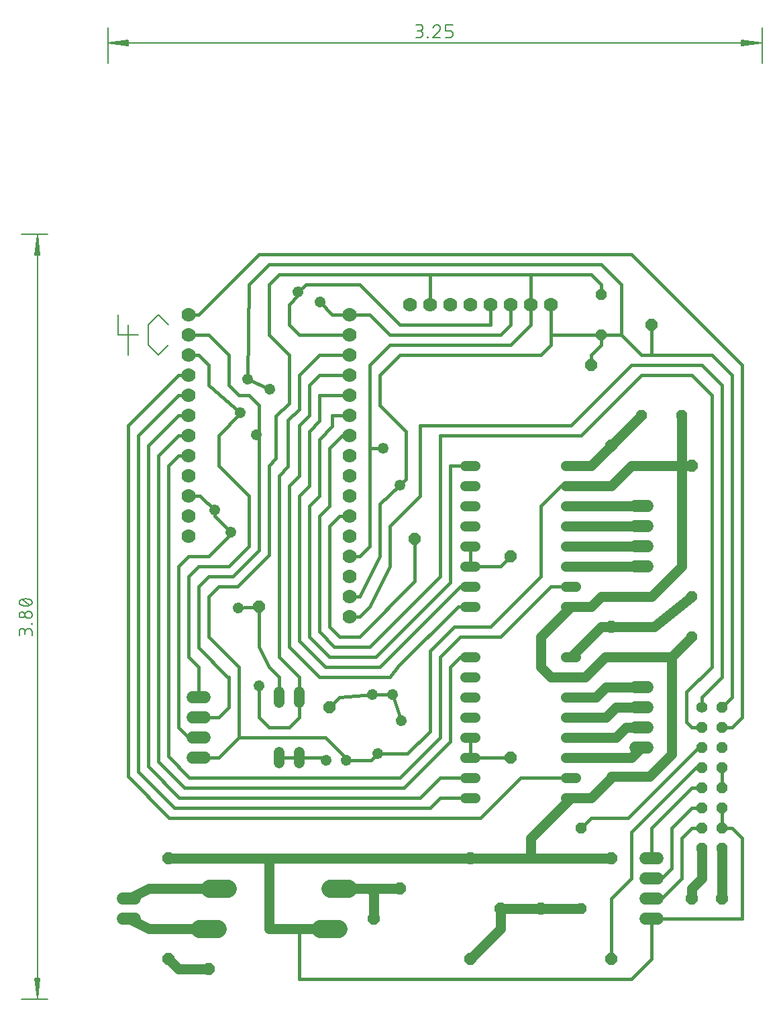
<source format=gbr>
G04 EAGLE Gerber RS-274X export*
G75*
%MOIN*%
%FSLAX34Y34*%
%LPD*%
%INTop Copper*%
%IPPOS*%
%AMOC8*
5,1,8,0,0,1.08239X$1,22.5*%
G01*
%ADD10C,0.005118*%
%ADD11C,0.006000*%
%ADD12C,0.060000*%
%ADD13C,0.051496*%
%ADD14C,0.070000*%
%ADD15P,0.056284X8X82.500000*%
%ADD16P,0.056284X8X97.500000*%
%ADD17P,0.056284X8X22.500000*%
%ADD18P,0.056284X8X292.500000*%
%ADD19P,0.056284X8X137.500000*%
%ADD20P,0.056284X8X112.500000*%
%ADD21P,0.064943X8X22.500000*%
%ADD22P,0.056284X8X257.500000*%
%ADD23P,0.056284X8X77.500000*%
%ADD24C,0.052000*%
%ADD25P,0.056284X8X307.500000*%
%ADD26C,0.088500*%
%ADD27C,0.056000*%
%ADD28P,0.060614X8X292.500000*%
%ADD29C,0.016000*%
%ADD30C,0.050000*%
%ADD31C,0.006000*%


D10*
X0Y46500D02*
X0Y48268D01*
X32500Y48268D02*
X32500Y46500D01*
X32474Y47500D02*
X26Y47500D01*
X1024Y47626D01*
X1024Y47374D01*
X26Y47500D01*
X1024Y47551D01*
X1024Y47449D02*
X26Y47500D01*
X1024Y47602D01*
X1024Y47398D02*
X26Y47500D01*
X31476Y47626D02*
X32474Y47500D01*
X31476Y47626D02*
X31476Y47374D01*
X32474Y47500D01*
X31476Y47551D01*
X31476Y47449D02*
X32474Y47500D01*
X31476Y47602D01*
X31476Y47398D02*
X32474Y47500D01*
D11*
X15481Y47756D02*
X15303Y47756D01*
X15481Y47756D02*
X15506Y47758D01*
X15531Y47763D01*
X15555Y47772D01*
X15577Y47784D01*
X15598Y47799D01*
X15616Y47817D01*
X15631Y47838D01*
X15643Y47860D01*
X15652Y47884D01*
X15657Y47909D01*
X15659Y47934D01*
X15657Y47959D01*
X15652Y47984D01*
X15643Y48008D01*
X15631Y48030D01*
X15616Y48051D01*
X15598Y48069D01*
X15577Y48084D01*
X15555Y48096D01*
X15531Y48105D01*
X15506Y48110D01*
X15481Y48112D01*
X15516Y48396D02*
X15303Y48396D01*
X15516Y48396D02*
X15538Y48394D01*
X15560Y48389D01*
X15580Y48381D01*
X15599Y48369D01*
X15616Y48354D01*
X15631Y48337D01*
X15643Y48318D01*
X15651Y48298D01*
X15656Y48276D01*
X15658Y48254D01*
X15656Y48232D01*
X15651Y48210D01*
X15643Y48190D01*
X15631Y48171D01*
X15616Y48154D01*
X15599Y48139D01*
X15580Y48127D01*
X15560Y48119D01*
X15538Y48114D01*
X15516Y48112D01*
X15374Y48112D01*
X15894Y47792D02*
X15894Y47756D01*
X15894Y47792D02*
X15929Y47792D01*
X15929Y47756D01*
X15894Y47756D01*
X16520Y48236D02*
X16518Y48259D01*
X16514Y48281D01*
X16506Y48302D01*
X16495Y48323D01*
X16481Y48341D01*
X16465Y48357D01*
X16447Y48371D01*
X16426Y48382D01*
X16405Y48390D01*
X16383Y48394D01*
X16360Y48396D01*
X16360Y48397D02*
X16334Y48395D01*
X16309Y48391D01*
X16284Y48383D01*
X16261Y48371D01*
X16239Y48358D01*
X16219Y48341D01*
X16201Y48322D01*
X16186Y48301D01*
X16174Y48279D01*
X16164Y48254D01*
X16467Y48111D02*
X16482Y48129D01*
X16496Y48148D01*
X16506Y48168D01*
X16514Y48190D01*
X16518Y48213D01*
X16520Y48236D01*
X16467Y48112D02*
X16165Y47756D01*
X16520Y47756D01*
X16780Y47756D02*
X16993Y47756D01*
X17015Y47758D01*
X17037Y47763D01*
X17057Y47771D01*
X17076Y47783D01*
X17093Y47798D01*
X17108Y47815D01*
X17120Y47834D01*
X17128Y47854D01*
X17133Y47876D01*
X17135Y47898D01*
X17136Y47898D02*
X17136Y47970D01*
X17135Y47970D02*
X17133Y47992D01*
X17128Y48014D01*
X17120Y48034D01*
X17108Y48053D01*
X17093Y48070D01*
X17076Y48085D01*
X17057Y48097D01*
X17037Y48105D01*
X17015Y48110D01*
X16993Y48112D01*
X16780Y48112D01*
X16780Y48396D01*
X17136Y48396D01*
D10*
X-3000Y0D02*
X-4268Y0D01*
X-4268Y38000D02*
X-3000Y38000D01*
X-3500Y37974D02*
X-3500Y26D01*
X-3626Y1024D01*
X-3374Y1024D01*
X-3500Y26D01*
X-3551Y1024D01*
X-3449Y1024D02*
X-3500Y26D01*
X-3602Y1024D01*
X-3398Y1024D02*
X-3500Y26D01*
X-3626Y36976D02*
X-3500Y37974D01*
X-3626Y36976D02*
X-3374Y36976D01*
X-3500Y37974D01*
X-3551Y36976D01*
X-3449Y36976D02*
X-3500Y37974D01*
X-3602Y36976D01*
X-3398Y36976D02*
X-3500Y37974D01*
D11*
X-3756Y18231D02*
X-3756Y18053D01*
X-3756Y18231D02*
X-3758Y18256D01*
X-3763Y18281D01*
X-3772Y18305D01*
X-3784Y18327D01*
X-3799Y18348D01*
X-3817Y18366D01*
X-3838Y18381D01*
X-3860Y18393D01*
X-3884Y18402D01*
X-3909Y18407D01*
X-3934Y18409D01*
X-3959Y18407D01*
X-3984Y18402D01*
X-4008Y18393D01*
X-4030Y18381D01*
X-4051Y18366D01*
X-4069Y18348D01*
X-4084Y18327D01*
X-4096Y18305D01*
X-4105Y18281D01*
X-4110Y18256D01*
X-4112Y18231D01*
X-4396Y18266D02*
X-4396Y18053D01*
X-4396Y18266D02*
X-4394Y18288D01*
X-4389Y18310D01*
X-4381Y18330D01*
X-4369Y18349D01*
X-4354Y18366D01*
X-4337Y18381D01*
X-4318Y18393D01*
X-4298Y18401D01*
X-4276Y18406D01*
X-4254Y18408D01*
X-4232Y18406D01*
X-4210Y18401D01*
X-4190Y18393D01*
X-4171Y18381D01*
X-4154Y18366D01*
X-4139Y18349D01*
X-4127Y18330D01*
X-4119Y18310D01*
X-4114Y18288D01*
X-4112Y18266D01*
X-4112Y18124D01*
X-3792Y18644D02*
X-3756Y18644D01*
X-3792Y18644D02*
X-3792Y18679D01*
X-3756Y18679D01*
X-3756Y18644D01*
X-3934Y18914D02*
X-3959Y18916D01*
X-3984Y18921D01*
X-4008Y18930D01*
X-4030Y18942D01*
X-4051Y18957D01*
X-4069Y18975D01*
X-4084Y18996D01*
X-4096Y19018D01*
X-4105Y19042D01*
X-4110Y19067D01*
X-4112Y19092D01*
X-4110Y19117D01*
X-4105Y19142D01*
X-4096Y19166D01*
X-4084Y19188D01*
X-4069Y19209D01*
X-4051Y19227D01*
X-4030Y19242D01*
X-4008Y19254D01*
X-3984Y19263D01*
X-3959Y19268D01*
X-3934Y19270D01*
X-3909Y19268D01*
X-3884Y19263D01*
X-3860Y19254D01*
X-3838Y19242D01*
X-3817Y19227D01*
X-3799Y19209D01*
X-3784Y19188D01*
X-3772Y19166D01*
X-3763Y19142D01*
X-3758Y19117D01*
X-3756Y19092D01*
X-3758Y19067D01*
X-3763Y19042D01*
X-3772Y19018D01*
X-3784Y18996D01*
X-3799Y18975D01*
X-3817Y18957D01*
X-3838Y18942D01*
X-3860Y18930D01*
X-3884Y18921D01*
X-3909Y18916D01*
X-3934Y18914D01*
X-4254Y18950D02*
X-4276Y18952D01*
X-4298Y18957D01*
X-4318Y18965D01*
X-4337Y18977D01*
X-4354Y18992D01*
X-4369Y19009D01*
X-4381Y19028D01*
X-4389Y19048D01*
X-4394Y19070D01*
X-4396Y19092D01*
X-4394Y19114D01*
X-4389Y19136D01*
X-4381Y19156D01*
X-4369Y19175D01*
X-4354Y19192D01*
X-4337Y19207D01*
X-4318Y19219D01*
X-4298Y19227D01*
X-4276Y19232D01*
X-4254Y19234D01*
X-4232Y19232D01*
X-4210Y19227D01*
X-4190Y19219D01*
X-4171Y19207D01*
X-4154Y19192D01*
X-4139Y19175D01*
X-4127Y19156D01*
X-4119Y19136D01*
X-4114Y19114D01*
X-4112Y19092D01*
X-4114Y19070D01*
X-4119Y19048D01*
X-4127Y19028D01*
X-4139Y19009D01*
X-4154Y18992D01*
X-4171Y18977D01*
X-4190Y18965D01*
X-4210Y18957D01*
X-4232Y18952D01*
X-4254Y18950D01*
X-4076Y19530D02*
X-4116Y19532D01*
X-4155Y19536D01*
X-4195Y19543D01*
X-4233Y19554D01*
X-4270Y19567D01*
X-4307Y19583D01*
X-4308Y19583D02*
X-4327Y19591D01*
X-4344Y19602D01*
X-4359Y19616D01*
X-4372Y19631D01*
X-4383Y19649D01*
X-4391Y19668D01*
X-4395Y19688D01*
X-4397Y19708D01*
X-4395Y19728D01*
X-4391Y19748D01*
X-4383Y19767D01*
X-4372Y19785D01*
X-4359Y19800D01*
X-4344Y19814D01*
X-4327Y19825D01*
X-4308Y19833D01*
X-4307Y19832D02*
X-4270Y19848D01*
X-4233Y19861D01*
X-4195Y19872D01*
X-4155Y19879D01*
X-4116Y19883D01*
X-4076Y19885D01*
X-4076Y19530D02*
X-4036Y19532D01*
X-3997Y19536D01*
X-3958Y19543D01*
X-3919Y19554D01*
X-3882Y19567D01*
X-3845Y19583D01*
X-3826Y19591D01*
X-3809Y19602D01*
X-3794Y19616D01*
X-3781Y19631D01*
X-3770Y19649D01*
X-3762Y19668D01*
X-3758Y19688D01*
X-3756Y19708D01*
X-3845Y19832D02*
X-3882Y19848D01*
X-3919Y19861D01*
X-3958Y19872D01*
X-3997Y19879D01*
X-4036Y19883D01*
X-4076Y19885D01*
X-3845Y19833D02*
X-3826Y19825D01*
X-3809Y19814D01*
X-3794Y19800D01*
X-3781Y19785D01*
X-3770Y19767D01*
X-3762Y19748D01*
X-3758Y19728D01*
X-3756Y19708D01*
X-3898Y19566D02*
X-4254Y19850D01*
D12*
X4200Y15000D02*
X4800Y15000D01*
X4800Y14000D02*
X4200Y14000D01*
X4200Y13000D02*
X4800Y13000D01*
X4800Y12000D02*
X4200Y12000D01*
D13*
X17743Y26500D02*
X18257Y26500D01*
X18257Y25500D02*
X17743Y25500D01*
X17743Y24500D02*
X18257Y24500D01*
X18257Y23500D02*
X17743Y23500D01*
X17743Y22500D02*
X18257Y22500D01*
X18257Y21500D02*
X17743Y21500D01*
X17743Y20500D02*
X18257Y20500D01*
X18257Y19500D02*
X17743Y19500D01*
X22743Y19500D02*
X23257Y19500D01*
X23257Y20500D02*
X22743Y20500D01*
X22743Y21500D02*
X23257Y21500D01*
X23257Y22500D02*
X22743Y22500D01*
X22743Y23500D02*
X23257Y23500D01*
X23257Y24500D02*
X22743Y24500D01*
X22743Y25500D02*
X23257Y25500D01*
X23257Y26500D02*
X22743Y26500D01*
X18257Y17000D02*
X17743Y17000D01*
X17743Y16000D02*
X18257Y16000D01*
X18257Y15000D02*
X17743Y15000D01*
X17743Y14000D02*
X18257Y14000D01*
X18257Y13000D02*
X17743Y13000D01*
X17743Y12000D02*
X18257Y12000D01*
X18257Y11000D02*
X17743Y11000D01*
X17743Y10000D02*
X18257Y10000D01*
X22743Y10000D02*
X23257Y10000D01*
X23257Y11000D02*
X22743Y11000D01*
X22743Y12000D02*
X23257Y12000D01*
X23257Y13000D02*
X22743Y13000D01*
X22743Y14000D02*
X23257Y14000D01*
X23257Y15000D02*
X22743Y15000D01*
X22743Y16000D02*
X23257Y16000D01*
X23257Y17000D02*
X22743Y17000D01*
D14*
X12000Y19000D03*
X12000Y20000D03*
X12000Y21000D03*
X12000Y22000D03*
X12000Y23000D03*
X12000Y24000D03*
X12000Y25000D03*
X12000Y26000D03*
X12000Y27000D03*
X12000Y28000D03*
X12000Y29000D03*
X12000Y30000D03*
X12000Y31000D03*
X12000Y32000D03*
X12000Y33000D03*
X12000Y34000D03*
X4000Y34000D03*
X4000Y33000D03*
X4000Y32000D03*
X4000Y31000D03*
X4000Y30000D03*
X4000Y29000D03*
X4000Y28000D03*
X4000Y27000D03*
X4000Y26000D03*
X4000Y25000D03*
X4000Y24000D03*
X4000Y23000D03*
D15*
X8050Y30285D03*
X10550Y34615D03*
X6950Y30785D03*
X9450Y35115D03*
D16*
X5303Y24285D03*
X6597Y29115D03*
X6103Y23185D03*
X7397Y28015D03*
D17*
X26500Y29000D03*
X28500Y29000D03*
D18*
X29000Y20000D03*
X29000Y18000D03*
D19*
X14523Y25544D03*
X13677Y27356D03*
D20*
X24500Y33000D03*
X24500Y35000D03*
D12*
X26200Y12500D02*
X26800Y12500D01*
X26800Y13500D02*
X26200Y13500D01*
X26200Y14500D02*
X26800Y14500D01*
X26800Y15500D02*
X26200Y15500D01*
D21*
X3000Y7000D03*
X3000Y2000D03*
X18000Y7000D03*
X18000Y2000D03*
X25000Y7000D03*
X25000Y2000D03*
D22*
X13147Y15138D03*
X10853Y11862D03*
D23*
X11853Y11862D03*
X14147Y15138D03*
X13426Y12181D03*
X14574Y13819D03*
D24*
X8500Y12260D02*
X8500Y11740D01*
X9500Y11740D02*
X9500Y12260D01*
X9500Y14740D02*
X9500Y15260D01*
X8500Y15260D02*
X8500Y14740D01*
D25*
X6482Y19432D03*
X7518Y15568D03*
D12*
X26700Y7000D02*
X27300Y7000D01*
X27300Y6000D02*
X26700Y6000D01*
X26700Y5000D02*
X27300Y5000D01*
X27300Y4000D02*
X26700Y4000D01*
X26800Y21500D02*
X26200Y21500D01*
X26200Y22500D02*
X26800Y22500D01*
X26800Y23500D02*
X26200Y23500D01*
X26200Y24500D02*
X26800Y24500D01*
D21*
X15250Y22850D03*
X11000Y14500D03*
X13200Y4000D03*
X7500Y19500D03*
X20000Y22000D03*
X20000Y12000D03*
X24000Y31500D03*
X27000Y33500D03*
D20*
X23500Y4500D03*
X23500Y8500D03*
D21*
X14500Y5500D03*
X30500Y5000D03*
X5000Y1500D03*
X29000Y5000D03*
X21500Y4500D03*
X19500Y4500D03*
X25000Y18500D03*
X25000Y27500D03*
X29000Y26500D03*
D26*
X11943Y5500D02*
X11058Y5500D01*
X5943Y5500D02*
X5058Y5500D01*
X5443Y3500D02*
X4558Y3500D01*
X10558Y3500D02*
X11443Y3500D01*
D27*
X29500Y14500D03*
D28*
X30500Y14500D03*
X29500Y13500D03*
X30500Y13500D03*
X29500Y12500D03*
X30500Y12500D03*
X29500Y11500D03*
X30500Y11500D03*
X29500Y10500D03*
X30500Y10500D03*
X29500Y9500D03*
X30500Y9500D03*
X29500Y8500D03*
X30500Y8500D03*
X29500Y7500D03*
X30500Y7500D03*
D14*
X19000Y34500D03*
X18000Y34500D03*
X20000Y34500D03*
X21000Y34500D03*
X22000Y34500D03*
X17000Y34500D03*
X16000Y34500D03*
X15000Y34500D03*
D12*
X1350Y5000D02*
X750Y5000D01*
X750Y4000D02*
X1350Y4000D01*
D29*
X3500Y30000D02*
X4000Y30000D01*
X3500Y30000D02*
X1500Y28000D01*
X16500Y10000D02*
X18000Y10000D01*
X16500Y10000D02*
X16000Y9500D01*
X1500Y11300D02*
X1500Y28000D01*
X3300Y9500D02*
X16000Y9500D01*
X3300Y9500D02*
X1500Y11300D01*
X25500Y33000D02*
X25500Y35500D01*
X24500Y36500D02*
X8000Y36500D01*
X24500Y36500D02*
X25500Y35500D01*
X24500Y32500D02*
X24000Y32000D01*
X24000Y31500D01*
X27000Y32000D02*
X27000Y33500D01*
X27000Y32000D02*
X26500Y32000D01*
X27000Y32000D02*
X30000Y32000D01*
X26500Y32000D02*
X25500Y33000D01*
X30000Y32000D02*
X31000Y31000D01*
X12500Y20000D02*
X12000Y20000D01*
X12500Y20000D02*
X13500Y22000D01*
X30500Y14500D02*
X31000Y15000D01*
X31000Y31000D01*
X8000Y36500D02*
X7000Y35500D01*
X14523Y25544D02*
X13500Y24596D01*
X13500Y22000D01*
X14523Y25544D02*
X14800Y25821D01*
X14800Y28200D02*
X13500Y29500D01*
X13500Y31000D01*
X14800Y28200D02*
X14800Y25821D01*
X22000Y33000D02*
X22000Y34500D01*
X22000Y33000D02*
X22000Y32500D01*
X21500Y32000D01*
X14500Y32000D01*
X13500Y31000D01*
X22000Y33000D02*
X24500Y33000D01*
X24500Y32500D01*
X8050Y30285D02*
X6950Y30785D01*
X24500Y33000D02*
X25500Y33000D01*
X7000Y35500D02*
X6950Y30785D01*
X10800Y16500D02*
X13500Y16500D01*
X9500Y17800D02*
X9500Y25000D01*
X9500Y17800D02*
X10800Y16500D01*
X17500Y20500D02*
X18000Y20500D01*
X17500Y20500D02*
X13500Y16500D01*
X12000Y30000D02*
X10525Y30000D01*
X10525Y28725D01*
X10000Y28200D01*
X10000Y25500D02*
X9500Y25000D01*
X10000Y25500D02*
X10000Y28200D01*
X4500Y34000D02*
X7500Y37000D01*
X4500Y34000D02*
X4000Y34000D01*
X7500Y37000D02*
X26000Y37000D01*
X31500Y31500D01*
X31500Y14000D02*
X31000Y13500D01*
X31500Y14000D02*
X31500Y31500D01*
X31000Y13500D02*
X30500Y13500D01*
X9500Y33000D02*
X9000Y33500D01*
X9500Y33000D02*
X12000Y33000D01*
X9000Y33500D02*
X9000Y34500D01*
X19000Y34500D02*
X19000Y33500D01*
X14500Y33500D01*
X12500Y35500D01*
X9835Y35500D02*
X9450Y35115D01*
X9835Y35500D02*
X12500Y35500D01*
X9450Y34950D02*
X9000Y34500D01*
X9450Y34950D02*
X9450Y35115D01*
X4500Y13000D02*
X4000Y13000D01*
X3500Y13500D02*
X3500Y21500D01*
X4000Y22000D02*
X5000Y22000D01*
X4000Y22000D02*
X3500Y21500D01*
X3500Y13500D02*
X4000Y13000D01*
X5303Y24285D02*
X4588Y25000D01*
X4000Y25000D01*
X5303Y24285D02*
X5303Y23985D01*
X6103Y23185D01*
X6103Y23103D02*
X5000Y22000D01*
X6103Y23103D02*
X6103Y23185D01*
X4500Y32000D02*
X4000Y32000D01*
X5000Y30496D02*
X6597Y29115D01*
X5000Y31500D02*
X4500Y32000D01*
X5000Y31500D02*
X5000Y30496D01*
X7000Y22500D02*
X6000Y21500D01*
X7000Y22500D02*
X7000Y25000D01*
X6000Y21500D02*
X4500Y21500D01*
X4000Y21000D02*
X4000Y17000D01*
X4500Y16500D01*
X4500Y15000D01*
X4000Y21000D02*
X4500Y21500D01*
X5500Y26500D02*
X5500Y28000D01*
X6597Y29097D01*
X6597Y29115D01*
X5500Y26500D02*
X7000Y25000D01*
X4000Y29000D02*
X3500Y29000D01*
X2000Y27500D01*
X16500Y11000D02*
X18000Y11000D01*
X16500Y11000D02*
X15500Y10000D01*
X3550Y10000D01*
X2000Y11550D02*
X2000Y27500D01*
X2000Y11550D02*
X3550Y10000D01*
X4000Y33000D02*
X5000Y33000D01*
X6000Y32000D01*
X7500Y22300D02*
X6200Y21000D01*
X6000Y30500D02*
X6000Y32000D01*
X6200Y21000D02*
X5000Y21000D01*
X4500Y20500D02*
X4500Y17450D01*
X4500Y14000D02*
X5500Y14000D01*
X6000Y14500D02*
X6000Y16000D01*
X5950Y16000D01*
X4500Y17450D01*
X4500Y20500D02*
X5000Y21000D01*
X6000Y14500D02*
X5500Y14000D01*
X7500Y28000D02*
X7485Y28015D01*
X7397Y28015D01*
X7500Y28000D02*
X7500Y22300D01*
X6500Y30000D02*
X6000Y30500D01*
X6500Y30000D02*
X7000Y30000D01*
X7500Y29500D01*
X7500Y28000D01*
X8500Y12000D02*
X9500Y12000D01*
X10853Y11862D02*
X10885Y12000D01*
X9500Y12000D01*
X15500Y28500D02*
X23000Y28500D01*
X26000Y31500D01*
X29500Y31500D01*
X30500Y30500D01*
X12500Y19000D02*
X12000Y19000D01*
X12500Y19000D02*
X13000Y19500D01*
X14000Y21500D01*
X14000Y23500D01*
X15500Y25000D02*
X15500Y28500D01*
X15500Y25000D02*
X14000Y23500D01*
X29500Y15000D02*
X30500Y16000D01*
X30500Y30500D01*
X29500Y15000D02*
X29500Y14500D01*
X9000Y17500D02*
X9000Y25500D01*
X9500Y28500D02*
X10000Y29000D01*
X9000Y17500D02*
X10500Y16000D01*
X17400Y19500D02*
X18000Y19500D01*
X17400Y19500D02*
X14450Y16550D01*
X14000Y16000D01*
X10500Y16000D01*
X10000Y29000D02*
X10000Y30500D01*
X10500Y31000D02*
X12000Y31000D01*
X9500Y26000D02*
X9000Y25500D01*
X9500Y26000D02*
X9500Y28500D01*
X10000Y30500D02*
X10500Y31000D01*
X18000Y22500D02*
X18000Y21500D01*
X19500Y21500D02*
X20000Y22000D01*
X19500Y21500D02*
X18000Y21500D01*
X18000Y13000D02*
X18000Y12000D01*
X20000Y12000D01*
D30*
X25750Y13500D02*
X26500Y13500D01*
X25750Y13500D02*
X25250Y13000D01*
X23000Y13000D01*
X26000Y12000D02*
X26500Y12500D01*
X26000Y12000D02*
X23000Y12000D01*
X23000Y24500D02*
X26500Y24500D01*
X26500Y23500D02*
X23000Y23500D01*
X23000Y22500D02*
X26500Y22500D01*
X26500Y21500D02*
X23000Y21500D01*
D29*
X29000Y9500D02*
X29500Y9500D01*
X29000Y9500D02*
X28000Y8500D01*
X28000Y6500D01*
X27500Y6000D01*
X27000Y6000D01*
X29000Y8500D02*
X29500Y8500D01*
X29000Y8500D02*
X28500Y8000D01*
X28500Y6500D01*
X28500Y6000D01*
X28000Y5500D01*
X27500Y5000D01*
X27000Y5000D01*
D30*
X26500Y15500D02*
X24750Y15500D01*
X24250Y15000D01*
X23000Y15000D01*
X25250Y14500D02*
X26500Y14500D01*
X25250Y14500D02*
X24750Y14000D01*
X23000Y14000D01*
D29*
X12000Y32000D02*
X10500Y32000D01*
X9500Y31000D02*
X9500Y29300D01*
X8950Y28750D01*
X8500Y26000D02*
X8500Y17000D01*
X9500Y15000D02*
X9500Y14000D01*
X9500Y16000D02*
X8500Y17000D01*
X9500Y16000D02*
X9500Y15000D01*
X9500Y31000D02*
X10500Y32000D01*
X7518Y15568D02*
X7504Y14000D01*
X8000Y13500D02*
X9000Y13500D01*
X7504Y13996D02*
X7504Y14000D01*
X7504Y13996D02*
X8000Y13500D01*
X9000Y13500D02*
X9500Y14000D01*
X8950Y26450D02*
X8950Y28750D01*
X8950Y26450D02*
X8500Y26000D01*
X13147Y15138D02*
X14147Y15138D01*
X14574Y13819D01*
X11500Y15000D02*
X11000Y14500D01*
X11500Y15000D02*
X13147Y15138D01*
X8000Y16500D02*
X7500Y17500D01*
X7500Y19500D01*
X6482Y19432D01*
X8500Y16000D02*
X8500Y15000D01*
X8500Y16000D02*
X8000Y16500D01*
X4000Y31000D02*
X3500Y31000D01*
X1000Y28500D01*
X20500Y11000D02*
X18500Y9000D01*
X20500Y11000D02*
X23000Y11000D01*
X3050Y9000D02*
X1000Y11050D01*
X3050Y9000D02*
X18500Y9000D01*
X1000Y11050D02*
X1000Y28500D01*
X26000Y8300D02*
X29200Y11500D01*
X29500Y11500D01*
X26000Y8300D02*
X26000Y6000D01*
X25000Y5000D01*
X25000Y2000D01*
X4000Y27000D02*
X3500Y27000D01*
X3000Y26500D01*
X3000Y12050D02*
X4050Y11000D01*
X16500Y17000D02*
X17500Y18000D01*
X19500Y18000D01*
X22000Y20500D01*
X14500Y11000D02*
X4050Y11000D01*
X16500Y13000D02*
X16500Y17000D01*
X16500Y13000D02*
X14500Y11000D01*
X3000Y12050D02*
X3000Y26500D01*
X22000Y20500D02*
X23000Y20500D01*
X4000Y28000D02*
X3500Y28000D01*
X2500Y27000D01*
X2500Y11800D01*
X3800Y10500D01*
X14700Y10500D01*
X17000Y12800D01*
X17000Y16500D01*
X17500Y17000D02*
X18000Y17000D01*
X17500Y17000D02*
X17000Y16500D01*
X13300Y17000D02*
X11000Y17000D01*
X13300Y17000D02*
X17000Y20700D01*
X11000Y17000D02*
X10000Y18000D01*
X17000Y26500D02*
X18000Y26500D01*
X17000Y26500D02*
X17000Y20700D01*
X10000Y18000D02*
X10000Y24500D01*
X10500Y27800D02*
X11150Y28450D01*
X10500Y27800D02*
X10500Y25000D01*
X10000Y24500D01*
X11150Y29000D02*
X12000Y29000D01*
X11150Y29000D02*
X11150Y28450D01*
D30*
X5000Y1500D02*
X3500Y1500D01*
X3000Y2000D01*
X30500Y5000D02*
X30500Y7500D01*
X29500Y6000D02*
X29000Y5500D01*
X29000Y5000D01*
X29500Y6000D02*
X29500Y7500D01*
D29*
X30500Y10500D02*
X30500Y11500D01*
D30*
X19500Y3500D02*
X18000Y2000D01*
X19500Y3500D02*
X19500Y4500D01*
X21500Y4500D01*
X23500Y4500D01*
X27154Y18500D02*
X29000Y20000D01*
X27154Y18500D02*
X25000Y18500D01*
X24500Y18500D02*
X23000Y17000D01*
X24500Y18500D02*
X25000Y18500D01*
X24000Y26500D02*
X23000Y26500D01*
X24000Y26500D02*
X25000Y27500D01*
X26500Y29000D01*
X2050Y5500D02*
X1050Y5000D01*
X2050Y5500D02*
X5500Y5500D01*
X2050Y3500D02*
X1050Y4000D01*
X2050Y3500D02*
X5000Y3500D01*
X11500Y5500D02*
X13000Y5500D01*
X14500Y5500D01*
X13200Y5300D02*
X13200Y4000D01*
X13200Y5300D02*
X13000Y5500D01*
D29*
X29000Y10500D02*
X29500Y10500D01*
X27000Y8500D02*
X27000Y7000D01*
X27000Y8500D02*
X29000Y10500D01*
X29350Y12500D02*
X29500Y12500D01*
X24000Y9000D02*
X23500Y8500D01*
X24000Y9000D02*
X25850Y9000D01*
X29350Y12500D01*
D11*
X3000Y32500D02*
X2500Y32000D01*
X2000Y32500D01*
X2000Y33500D01*
X2500Y34000D01*
X3000Y33500D01*
X500Y34000D02*
X500Y33000D01*
X1000Y33000D01*
X1500Y33000D01*
X1000Y33000D02*
X1000Y33500D01*
X1000Y33000D02*
X1000Y32000D01*
D29*
X10500Y18250D02*
X11250Y17500D01*
X13000Y17500D01*
X16500Y28000D02*
X23500Y28000D01*
X16500Y21000D02*
X13000Y17500D01*
X28750Y13750D02*
X29000Y13500D01*
X28750Y13750D02*
X28750Y15250D01*
X16500Y21000D02*
X16500Y28000D01*
X28750Y15250D02*
X30000Y16500D01*
X23500Y28000D02*
X26500Y31000D01*
X29000Y31000D01*
X30000Y30000D01*
X30000Y16500D01*
X29500Y13500D02*
X29000Y13500D01*
X11650Y28000D02*
X11000Y27350D01*
X10500Y24000D02*
X10500Y18250D01*
X10500Y24000D02*
X11000Y24500D01*
X11000Y27350D01*
X11650Y28000D02*
X12000Y28000D01*
X14000Y33000D02*
X19500Y33000D01*
X14000Y33000D02*
X13000Y34000D01*
X19500Y33000D02*
X20000Y33500D01*
X20000Y34500D01*
X11165Y34000D02*
X10550Y34615D01*
X11165Y34000D02*
X12000Y34000D01*
X13000Y34000D01*
X15250Y22850D02*
X15250Y21500D01*
D11*
X15250Y21400D01*
D29*
X15250Y20750D01*
X12500Y18000D02*
X11500Y18000D01*
X11000Y18500D01*
X11000Y23500D01*
X11500Y24000D01*
X12000Y24000D01*
X15250Y20750D02*
X12500Y18000D01*
X13426Y12181D02*
X13096Y11850D01*
X11865Y11850D01*
D30*
X22000Y16000D02*
X23000Y16000D01*
D29*
X19000Y18500D02*
X17200Y18500D01*
X16000Y17300D01*
X16000Y13300D01*
D30*
X21500Y16500D02*
X21500Y18000D01*
X28500Y21500D02*
X28500Y26500D01*
D29*
X24500Y35500D02*
X24000Y36000D01*
X21000Y36000D01*
X16000Y36000D01*
X8500Y36000D01*
X8000Y35500D01*
X8000Y33000D01*
X9000Y32000D01*
X8000Y26500D02*
X8000Y22050D01*
X8350Y28950D02*
X9000Y29600D01*
X8000Y22050D02*
X6450Y20500D01*
D30*
X23000Y19500D02*
X24000Y19500D01*
D29*
X21500Y21000D02*
X19000Y18500D01*
X21500Y21000D02*
X21500Y24500D01*
D30*
X23000Y16000D02*
X23700Y16000D01*
X24500Y20000D02*
X27000Y20000D01*
X25000Y25500D02*
X23000Y25500D01*
X24700Y17000D02*
X23700Y16000D01*
X24000Y19500D02*
X24500Y20000D01*
X23000Y19500D02*
X21500Y18000D01*
D29*
X31000Y8500D02*
X31500Y8000D01*
X9000Y29600D02*
X9000Y32000D01*
X5500Y12000D02*
X4500Y12000D01*
X5500Y20500D02*
X6450Y20500D01*
X5000Y20000D02*
X5000Y18000D01*
X6500Y16500D02*
X6500Y13000D01*
D30*
X8000Y7000D02*
X8000Y3500D01*
D29*
X6500Y13000D02*
X10800Y13000D01*
X6500Y13000D02*
X5500Y12000D01*
X6500Y16500D02*
X5000Y18000D01*
X5000Y20000D02*
X5500Y20500D01*
X10800Y13000D02*
X11853Y11947D01*
X22500Y25500D02*
X23000Y25500D01*
D30*
X28500Y26500D02*
X29000Y26500D01*
X28500Y21500D02*
X27000Y20000D01*
X28000Y17000D02*
X28000Y12150D01*
X28000Y17000D02*
X29000Y18000D01*
X28000Y17000D02*
X24700Y17000D01*
X25000Y25500D02*
X26000Y26500D01*
X28500Y26500D01*
X28500Y29000D01*
X24000Y10000D02*
X23000Y10000D01*
X26925Y11075D02*
X28000Y12150D01*
D29*
X30500Y8500D02*
X31000Y8500D01*
X30500Y8500D02*
X30500Y9500D01*
X8350Y26850D02*
X8350Y28950D01*
X8350Y26850D02*
X8000Y26500D01*
X16000Y13300D02*
X14881Y12181D01*
X21500Y24500D02*
X22500Y25500D01*
D30*
X21500Y16500D02*
X22000Y16000D01*
X9500Y3500D02*
X8000Y3500D01*
D11*
X11865Y11850D02*
X11853Y11862D01*
D29*
X11853Y11947D01*
X13426Y12181D02*
X14881Y12181D01*
D30*
X25000Y11075D02*
X26925Y11075D01*
D29*
X9500Y3500D02*
X9500Y1000D01*
X26000Y1000D01*
X27000Y4000D02*
X31500Y4000D01*
X31500Y8000D01*
X27000Y4000D02*
X27000Y2000D01*
X26000Y1000D01*
D30*
X25000Y7000D02*
X21000Y7000D01*
X21000Y8000D01*
X23000Y10000D01*
D29*
X12500Y22000D02*
X12000Y22000D01*
X12500Y22000D02*
X13000Y22500D01*
X13000Y27356D01*
X21000Y33500D02*
X21000Y34500D01*
X20000Y32500D02*
X14000Y32500D01*
X13000Y31500D01*
X13000Y27356D02*
X13677Y27356D01*
X13000Y27356D02*
X13000Y31500D01*
X16000Y34500D02*
X16000Y36000D01*
X21000Y36000D02*
X21000Y34500D01*
X21000Y33500D02*
X20000Y32500D01*
X24500Y35000D02*
X24500Y35500D01*
D30*
X8000Y7000D02*
X3000Y7000D01*
X8000Y7000D02*
X18000Y7000D01*
X21000Y7000D01*
X11000Y3500D02*
X9500Y3500D01*
X24000Y10000D02*
X24500Y10500D01*
X25000Y11000D01*
D11*
X25000Y11075D01*
D31*
X24500Y10500D03*
M02*

</source>
